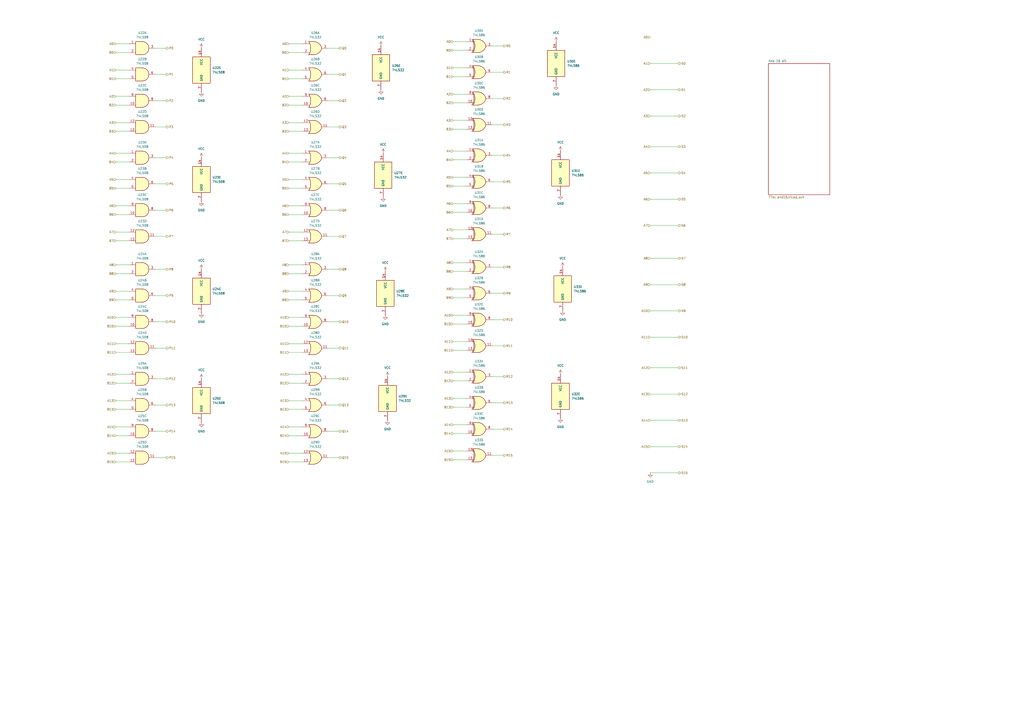
<source format=kicad_sch>
(kicad_sch (version 20231120) (generator "eeschema") (generator_version "8.0")
  (paper "A2")
  (lib_symbols
    (symbol "74xx:74LS08" (pin_names (offset 1.016))
      (property "Reference" "U" (at 0 1.27 0))
      (property "Value" "74LS08" (at 0 -1.27 0))
      (symbol "74LS08_1_1"
        (pin input line (at -7.62 2.54 0) (length 3.81) (name "~") (number "1"))
        (pin input line (at -7.62 -2.54 0) (length 3.81) (name "~") (number "2"))
        (pin output line (at 7.62 0 180) (length 3.81) (name "~") (number "3"))
      )
      (symbol "74LS08_1_2"
        (pin input inverted (at -7.62 2.54 0) (length 4.318) (name "~") (number "1"))
        (pin input inverted (at -7.62 -2.54 0) (length 4.318) (name "~") (number "2"))
        (pin output inverted (at 7.62 0 180) (length 3.81) (name "~") (number "3"))
      )
      (symbol "74LS08_2_1"
        (pin input line (at -7.62 2.54 0) (length 3.81) (name "~") (number "4"))
        (pin input line (at -7.62 -2.54 0) (length 3.81) (name "~") (number "5"))
        (pin output line (at 7.62 0 180) (length 3.81) (name "~") (number "6"))
      )
      (symbol "74LS08_2_2"
        (pin input inverted (at -7.62 2.54 0) (length 4.318) (name "~") (number "4"))
        (pin input inverted (at -7.62 -2.54 0) (length 4.318) (name "~") (number "5"))
        (pin output inverted (at 7.62 0 180) (length 3.81) (name "~") (number "6"))
      )
      (symbol "74LS08_3_1"
        (pin input line (at -7.62 -2.54 0) (length 3.81) (name "~") (number "10"))
        (pin output line (at 7.62 0 180) (length 3.81) (name "~") (number "8"))
        (pin input line (at -7.62 2.54 0) (length 3.81) (name "~") (number "9"))
      )
      (symbol "74LS08_3_2"
        (pin input inverted (at -7.62 -2.54 0) (length 4.318) (name "~") (number "10"))
        (pin output inverted (at 7.62 0 180) (length 3.81) (name "~") (number "8"))
        (pin input inverted (at -7.62 2.54 0) (length 4.318) (name "~") (number "9"))
      )
      (symbol "74LS08_4_1"
        (pin output line (at 7.62 0 180) (length 3.81) (name "~") (number "11"))
        (pin input line (at -7.62 2.54 0) (length 3.81) (name "~") (number "12"))
        (pin input line (at -7.62 -2.54 0) (length 3.81) (name "~") (number "13"))
      )
      (symbol "74LS08_4_2"
        (pin output inverted (at 7.62 0 180) (length 3.81) (name "~") (number "11"))
        (pin input inverted (at -7.62 2.54 0) (length 4.318) (name "~") (number "12"))
        (pin input inverted (at -7.62 -2.54 0) (length 4.318) (name "~") (number "13"))
      )
      (symbol "74LS08_5_0"
        (pin power_in line (at 0 12.7 270) (length 5.08) (name "VCC") (number "14"))
        (pin power_in line (at 0 -12.7 90) (length 5.08) (name "GND") (number "7"))
      )
    )
    (symbol "74xx:74LS32" (pin_names (offset 1.016))
      (property "Reference" "U" (at 0 1.27 0))
      (property "Value" "74LS32" (at 0 -1.27 0))
      (symbol "74LS32_1_1"
        (pin input line (at -7.62 2.54 0) (length 4.318) (name "~") (number "1"))
        (pin input line (at -7.62 -2.54 0) (length 4.318) (name "~") (number "2"))
        (pin output line (at 7.62 0 180) (length 3.81) (name "~") (number "3"))
      )
      (symbol "74LS32_1_2"
        (pin input inverted (at -7.62 2.54 0) (length 3.81) (name "~") (number "1"))
        (pin input inverted (at -7.62 -2.54 0) (length 3.81) (name "~") (number "2"))
        (pin output inverted (at 7.62 0 180) (length 3.81) (name "~") (number "3"))
      )
      (symbol "74LS32_2_1"
        (pin input line (at -7.62 2.54 0) (length 4.318) (name "~") (number "4"))
        (pin input line (at -7.62 -2.54 0) (length 4.318) (name "~") (number "5"))
        (pin output line (at 7.62 0 180) (length 3.81) (name "~") (number "6"))
      )
      (symbol "74LS32_2_2"
        (pin input inverted (at -7.62 2.54 0) (length 3.81) (name "~") (number "4"))
        (pin input inverted (at -7.62 -2.54 0) (length 3.81) (name "~") (number "5"))
        (pin output inverted (at 7.62 0 180) (length 3.81) (name "~") (number "6"))
      )
      (symbol "74LS32_3_1"
        (pin input line (at -7.62 -2.54 0) (length 4.318) (name "~") (number "10"))
        (pin output line (at 7.62 0 180) (length 3.81) (name "~") (number "8"))
        (pin input line (at -7.62 2.54 0) (length 4.318) (name "~") (number "9"))
      )
      (symbol "74LS32_3_2"
        (pin input inverted (at -7.62 -2.54 0) (length 3.81) (name "~") (number "10"))
        (pin output inverted (at 7.62 0 180) (length 3.81) (name "~") (number "8"))
        (pin input inverted (at -7.62 2.54 0) (length 3.81) (name "~") (number "9"))
      )
      (symbol "74LS32_4_1"
        (pin output line (at 7.62 0 180) (length 3.81) (name "~") (number "11"))
        (pin input line (at -7.62 2.54 0) (length 4.318) (name "~") (number "12"))
        (pin input line (at -7.62 -2.54 0) (length 4.318) (name "~") (number "13"))
      )
      (symbol "74LS32_4_2"
        (pin output inverted (at 7.62 0 180) (length 3.81) (name "~") (number "11"))
        (pin input inverted (at -7.62 2.54 0) (length 3.81) (name "~") (number "12"))
        (pin input inverted (at -7.62 -2.54 0) (length 3.81) (name "~") (number "13"))
      )
      (symbol "74LS32_5_0"
        (pin power_in line (at 0 12.7 270) (length 5.08) (name "VCC") (number "14"))
        (pin power_in line (at 0 -12.7 90) (length 5.08) (name "GND") (number "7"))
      )
    )
    (symbol "74xx:74LS86" (pin_names (offset 1.016))
      (property "Reference" "U" (at 0 1.27 0))
      (property "Value" "74LS86" (at 0 -1.27 0))
      (symbol "74LS86_1_0"
        (pin input line (at -7.62 2.54 0) (length 4.445) (name "~") (number "1"))
        (pin input line (at -7.62 -2.54 0) (length 4.445) (name "~") (number "2"))
        (pin output line (at 7.62 0 180) (length 3.81) (name "~") (number "3"))
      )
      (symbol "74LS86_2_0"
        (pin input line (at -7.62 2.54 0) (length 4.445) (name "~") (number "4"))
        (pin input line (at -7.62 -2.54 0) (length 4.445) (name "~") (number "5"))
        (pin output line (at 7.62 0 180) (length 3.81) (name "~") (number "6"))
      )
      (symbol "74LS86_3_0"
        (pin input line (at -7.62 -2.54 0) (length 4.445) (name "~") (number "10"))
        (pin output line (at 7.62 0 180) (length 3.81) (name "~") (number "8"))
        (pin input line (at -7.62 2.54 0) (length 4.445) (name "~") (number "9"))
      )
      (symbol "74LS86_4_0"
        (pin output line (at 7.62 0 180) (length 3.81) (name "~") (number "11"))
        (pin input line (at -7.62 2.54 0) (length 4.445) (name "~") (number "12"))
        (pin input line (at -7.62 -2.54 0) (length 4.445) (name "~") (number "13"))
      )
      (symbol "74LS86_5_0"
        (pin power_in line (at 0 12.7 270) (length 5.08) (name "VCC") (number "14"))
        (pin power_in line (at 0 -12.7 90) (length 5.08) (name "GND") (number "7"))
      )
    )
    (symbol "power:GND" (power) (pin_numbers hide) (pin_names (offset 0) hide)
      (property "Value" "GND" (at 0 -3.81 0))
      (symbol "GND_1_1"
        (pin power_in line (at 0 0 270) (length 0) (name "~") (number "1"))
      )
    )
    (symbol "power:VCC" (power) (pin_numbers hide) (pin_names (offset 0) hide)
      (property "Value" "VCC" (at 0 3.556 0))
      (symbol "VCC_1_1"
        (pin power_in line (at 0 0 90) (length 0) (name "~") (number "1"))
      )
    )
  )
  (wire (pts (xy 90.17 43.18) (xy 96.52 43.18)))
  (wire (pts (xy 262.89 92.71) (xy 270.51 92.71)))
  (wire (pts (xy 67.31 76.2) (xy 74.93 76.2)))
  (wire (pts (xy 377.19 100.33) (xy 393.7 100.33)))
  (wire (pts (xy 167.64 184.15) (xy 175.26 184.15)))
  (wire (pts (xy 67.31 267.97) (xy 74.93 267.97)))
  (wire (pts (xy 285.75 26.67) (xy 292.1 26.67)))
  (wire (pts (xy 90.17 234.95) (xy 96.52 234.95)))
  (wire (pts (xy 262.89 123.19) (xy 270.51 123.19)))
  (wire (pts (xy 262.89 39.37) (xy 270.51 39.37)))
  (wire (pts (xy 167.64 55.88) (xy 175.26 55.88)))
  (wire (pts (xy 262.89 167.64) (xy 270.51 167.64)))
  (wire (pts (xy 377.19 115.57) (xy 393.7 115.57)))
  (wire (pts (xy 167.64 30.48) (xy 175.26 30.48)))
  (wire (pts (xy 167.64 139.7) (xy 175.26 139.7)))
  (wire (pts (xy 262.89 157.48) (xy 270.51 157.48)))
  (wire (pts (xy 377.19 195.58) (xy 393.7 195.58)))
  (wire (pts (xy 285.75 154.94) (xy 292.1 154.94)))
  (wire (pts (xy 190.5 58.42) (xy 196.85 58.42)))
  (wire (pts (xy 190.5 186.69) (xy 196.85 186.69)))
  (wire (pts (xy 190.5 106.68) (xy 196.85 106.68)))
  (wire (pts (xy 285.75 170.18) (xy 292.1 170.18)))
  (wire (pts (xy 90.17 265.43) (xy 96.52 265.43)))
  (wire (pts (xy 167.64 40.64) (xy 175.26 40.64)))
  (wire (pts (xy 67.31 199.39) (xy 74.93 199.39)))
  (wire (pts (xy 262.89 152.4) (xy 270.51 152.4)))
  (wire (pts (xy 167.64 199.39) (xy 175.26 199.39)))
  (wire (pts (xy 262.89 59.69) (xy 270.51 59.69)))
  (wire (pts (xy 167.64 93.98) (xy 175.26 93.98)))
  (wire (pts (xy 262.89 182.88) (xy 270.51 182.88)))
  (wire (pts (xy 67.31 71.12) (xy 74.93 71.12)))
  (wire (pts (xy 67.31 232.41) (xy 74.93 232.41)))
  (wire (pts (xy 377.19 130.81) (xy 393.7 130.81)))
  (wire (pts (xy 167.64 189.23) (xy 175.26 189.23)))
  (wire (pts (xy 377.19 259.08) (xy 393.7 259.08)))
  (wire (pts (xy 262.89 69.85) (xy 270.51 69.85)))
  (wire (pts (xy 67.31 45.72) (xy 74.93 45.72)))
  (wire (pts (xy 167.64 262.89) (xy 175.26 262.89)))
  (wire (pts (xy 262.89 133.35) (xy 270.51 133.35)))
  (wire (pts (xy 167.64 119.38) (xy 175.26 119.38)))
  (wire (pts (xy 167.64 217.17) (xy 175.26 217.17)))
  (wire (pts (xy 377.19 52.07) (xy 393.7 52.07)))
  (wire (pts (xy 190.5 156.21) (xy 196.85 156.21)))
  (wire (pts (xy 167.64 232.41) (xy 175.26 232.41)))
  (wire (pts (xy 67.31 124.46) (xy 74.93 124.46)))
  (wire (pts (xy 67.31 40.64) (xy 74.93 40.64)))
  (wire (pts (xy 67.31 189.23) (xy 74.93 189.23)))
  (wire (pts (xy 285.75 264.16) (xy 292.1 264.16)))
  (wire (pts (xy 67.31 262.89) (xy 74.93 262.89)))
  (wire (pts (xy 262.89 138.43) (xy 270.51 138.43)))
  (wire (pts (xy 167.64 76.2) (xy 175.26 76.2)))
  (wire (pts (xy 262.89 44.45) (xy 270.51 44.45)))
  (wire (pts (xy 285.75 120.65) (xy 292.1 120.65)))
  (wire (pts (xy 167.64 25.4) (xy 175.26 25.4)))
  (wire (pts (xy 262.89 54.61) (xy 270.51 54.61)))
  (wire (pts (xy 67.31 217.17) (xy 74.93 217.17)))
  (wire (pts (xy 67.31 55.88) (xy 74.93 55.88)))
  (wire (pts (xy 262.89 87.63) (xy 270.51 87.63)))
  (wire (pts (xy 377.19 213.36) (xy 393.7 213.36)))
  (wire (pts (xy 285.75 218.44) (xy 292.1 218.44)))
  (wire (pts (xy 167.64 222.25) (xy 175.26 222.25)))
  (wire (pts (xy 67.31 168.91) (xy 74.93 168.91)))
  (wire (pts (xy 167.64 252.73) (xy 175.26 252.73)))
  (wire (pts (xy 67.31 204.47) (xy 74.93 204.47)))
  (wire (pts (xy 190.5 73.66) (xy 196.85 73.66)))
  (wire (pts (xy 262.89 215.9) (xy 270.51 215.9)))
  (wire (pts (xy 285.75 200.66) (xy 292.1 200.66)))
  (wire (pts (xy 262.89 198.12) (xy 270.51 198.12)))
  (wire (pts (xy 167.64 60.96) (xy 175.26 60.96)))
  (wire (pts (xy 67.31 153.67) (xy 74.93 153.67)))
  (wire (pts (xy 190.5 265.43) (xy 196.85 265.43)))
  (wire (pts (xy 67.31 173.99) (xy 74.93 173.99)))
  (wire (pts (xy 285.75 233.68) (xy 292.1 233.68)))
  (wire (pts (xy 167.64 71.12) (xy 175.26 71.12)))
  (wire (pts (xy 167.64 158.75) (xy 175.26 158.75)))
  (wire (pts (xy 285.75 185.42) (xy 292.1 185.42)))
  (wire (pts (xy 190.5 201.93) (xy 196.85 201.93)))
  (wire (pts (xy 262.89 107.95) (xy 270.51 107.95)))
  (wire (pts (xy 90.17 219.71) (xy 96.52 219.71)))
  (wire (pts (xy 285.75 57.15) (xy 292.1 57.15)))
  (wire (pts (xy 167.64 109.22) (xy 175.26 109.22)))
  (wire (pts (xy 262.89 266.7) (xy 270.51 266.7)))
  (wire (pts (xy 377.19 67.31) (xy 393.7 67.31)))
  (wire (pts (xy 167.64 45.72) (xy 175.26 45.72)))
  (wire (pts (xy 285.75 135.89) (xy 292.1 135.89)))
  (wire (pts (xy 285.75 105.41) (xy 292.1 105.41)))
  (wire (pts (xy 377.19 243.84) (xy 393.7 243.84)))
  (wire (pts (xy 67.31 60.96) (xy 74.93 60.96)))
  (wire (pts (xy 285.75 72.39) (xy 292.1 72.39)))
  (wire (pts (xy 67.31 25.4) (xy 74.93 25.4)))
  (wire (pts (xy 90.17 73.66) (xy 96.52 73.66)))
  (wire (pts (xy 377.19 228.6) (xy 393.7 228.6)))
  (wire (pts (xy 167.64 124.46) (xy 175.26 124.46)))
  (wire (pts (xy 90.17 156.21) (xy 96.52 156.21)))
  (wire (pts (xy 67.31 119.38) (xy 74.93 119.38)))
  (wire (pts (xy 167.64 168.91) (xy 175.26 168.91)))
  (wire (pts (xy 90.17 27.94) (xy 96.52 27.94)))
  (wire (pts (xy 90.17 121.92) (xy 96.52 121.92)))
  (wire (pts (xy 262.89 220.98) (xy 270.51 220.98)))
  (wire (pts (xy 377.19 165.1) (xy 393.7 165.1)))
  (wire (pts (xy 167.64 173.99) (xy 175.26 173.99)))
  (wire (pts (xy 67.31 30.48) (xy 74.93 30.48)))
  (wire (pts (xy 190.5 121.92) (xy 196.85 121.92)))
  (wire (pts (xy 377.19 36.83) (xy 393.7 36.83)))
  (wire (pts (xy 262.89 172.72) (xy 270.51 172.72)))
  (wire (pts (xy 67.31 109.22) (xy 74.93 109.22)))
  (wire (pts (xy 262.89 261.62) (xy 270.51 261.62)))
  (wire (pts (xy 262.89 118.11) (xy 270.51 118.11)))
  (wire (pts (xy 190.5 137.16) (xy 196.85 137.16)))
  (wire (pts (xy 67.31 252.73) (xy 74.93 252.73)))
  (wire (pts (xy 377.19 85.09) (xy 393.7 85.09)))
  (wire (pts (xy 67.31 93.98) (xy 74.93 93.98)))
  (wire (pts (xy 67.31 222.25) (xy 74.93 222.25)))
  (wire (pts (xy 67.31 139.7) (xy 74.93 139.7)))
  (wire (pts (xy 190.5 250.19) (xy 196.85 250.19)))
  (wire (pts (xy 262.89 203.2) (xy 270.51 203.2)))
  (wire (pts (xy 285.75 41.91) (xy 292.1 41.91)))
  (wire (pts (xy 167.64 104.14) (xy 175.26 104.14)))
  (wire (pts (xy 67.31 88.9) (xy 74.93 88.9)))
  (wire (pts (xy 167.64 88.9) (xy 175.26 88.9)))
  (wire (pts (xy 262.89 231.14) (xy 270.51 231.14)))
  (wire (pts (xy 167.64 247.65) (xy 175.26 247.65)))
  (wire (pts (xy 167.64 204.47) (xy 175.26 204.47)))
  (wire (pts (xy 262.89 236.22) (xy 270.51 236.22)))
  (wire (pts (xy 190.5 219.71) (xy 196.85 219.71)))
  (wire (pts (xy 262.89 24.13) (xy 270.51 24.13)))
  (wire (pts (xy 262.89 251.46) (xy 270.51 251.46)))
  (wire (pts (xy 90.17 186.69) (xy 96.52 186.69)))
  (wire (pts (xy 90.17 137.16) (xy 96.52 137.16)))
  (wire (pts (xy 190.5 234.95) (xy 196.85 234.95)))
  (wire (pts (xy 67.31 237.49) (xy 74.93 237.49)))
  (wire (pts (xy 190.5 91.44) (xy 196.85 91.44)))
  (wire (pts (xy 262.89 102.87) (xy 270.51 102.87)))
  (wire (pts (xy 90.17 106.68) (xy 96.52 106.68)))
  (wire (pts (xy 90.17 201.93) (xy 96.52 201.93)))
  (wire (pts (xy 285.75 248.92) (xy 292.1 248.92)))
  (wire (pts (xy 90.17 91.44) (xy 96.52 91.44)))
  (wire (pts (xy 190.5 27.94) (xy 196.85 27.94)))
  (wire (pts (xy 90.17 58.42) (xy 96.52 58.42)))
  (wire (pts (xy 167.64 237.49) (xy 175.26 237.49)))
  (wire (pts (xy 67.31 134.62) (xy 74.93 134.62)))
  (wire (pts (xy 377.19 274.32) (xy 393.7 274.32)))
  (wire (pts (xy 262.89 29.21) (xy 270.51 29.21)))
  (wire (pts (xy 90.17 250.19) (xy 96.52 250.19)))
  (wire (pts (xy 377.19 180.34) (xy 393.7 180.34)))
  (wire (pts (xy 190.5 171.45) (xy 196.85 171.45)))
  (wire (pts (xy 262.89 246.38) (xy 270.51 246.38)))
  (wire (pts (xy 262.89 187.96) (xy 270.51 187.96)))
  (wire (pts (xy 262.89 74.93) (xy 270.51 74.93)))
  (wire (pts (xy 190.5 43.18) (xy 196.85 43.18)))
  (wire (pts (xy 167.64 267.97) (xy 175.26 267.97)))
  (wire (pts (xy 167.64 134.62) (xy 175.26 134.62)))
  (wire (pts (xy 67.31 247.65) (xy 74.93 247.65)))
  (wire (pts (xy 167.64 153.67) (xy 175.26 153.67)))
  (wire (pts (xy 67.31 104.14) (xy 74.93 104.14)))
  (wire (pts (xy 67.31 158.75) (xy 74.93 158.75)))
  (wire (pts (xy 90.17 171.45) (xy 96.52 171.45)))
  (wire (pts (xy 377.19 149.86) (xy 393.7 149.86)))
  (wire (pts (xy 67.31 184.15) (xy 74.93 184.15)))
  (wire (pts (xy 285.75 90.17) (xy 292.1 90.17)))
  (hierarchical_label "R1" (shape output) (at 292.1 41.91 0))
  (hierarchical_label "B8" (shape input) (at 262.89 157.48 180))
  (hierarchical_label "A7" (shape input) (at 167.64 134.62 180))
  (hierarchical_label "S9" (shape output) (at 393.7 180.34 0))
  (hierarchical_label "B14" (shape input) (at 262.89 251.46 180))
  (hierarchical_label "A0" (shape input) (at 377.19 21.59 180))
  (hierarchical_label "A11" (shape input) (at 262.89 198.12 180))
  (hierarchical_label "A1" (shape input) (at 167.64 40.64 180))
  (hierarchical_label "A14" (shape input) (at 67.31 247.65 180))
  (hierarchical_label "A6" (shape input) (at 67.31 119.38 180))
  (hierarchical_label "A10" (shape input) (at 377.19 180.34 180))
  (hierarchical_label "A14" (shape input) (at 377.19 243.84 180))
  (hierarchical_label "A1" (shape input) (at 262.89 39.37 180))
  (hierarchical_label "P14" (shape output) (at 96.52 250.19 0))
  (hierarchical_label "A9" (shape input) (at 67.31 168.91 180))
  (hierarchical_label "A2" (shape input) (at 67.31 55.88 180))
  (hierarchical_label "R8" (shape output) (at 292.1 154.94 0))
  (hierarchical_label "B6" (shape input) (at 262.89 123.19 180))
  (hierarchical_label "A14" (shape input) (at 167.64 247.65 180))
  (hierarchical_label "B10" (shape input) (at 262.89 187.96 180))
  (hierarchical_label "P3" (shape output) (at 96.52 73.66 0))
  (hierarchical_label "Q3" (shape output) (at 196.85 73.66 0))
  (hierarchical_label "A11" (shape input) (at 67.31 199.39 180))
  (hierarchical_label "P6" (shape output) (at 96.52 121.92 0))
  (hierarchical_label "S6" (shape output) (at 393.7 130.81 0))
  (hierarchical_label "A15" (shape input) (at 377.19 259.08 180))
  (hierarchical_label "P12" (shape output) (at 96.52 219.71 0))
  (hierarchical_label "Q12" (shape output) (at 196.85 219.71 0))
  (hierarchical_label "B5" (shape input) (at 167.64 109.22 180))
  (hierarchical_label "B0" (shape input) (at 262.89 29.21 180))
  (hierarchical_label "A9" (shape input) (at 262.89 167.64 180))
  (hierarchical_label "A12" (shape input) (at 67.31 217.17 180))
  (hierarchical_label "B4" (shape input) (at 167.64 93.98 180))
  (hierarchical_label "B13" (shape input) (at 262.89 236.22 180))
  (hierarchical_label "P4" (shape output) (at 96.52 91.44 0))
  (hierarchical_label "B13" (shape input) (at 167.64 237.49 180))
  (hierarchical_label "B3" (shape input) (at 262.89 74.93 180))
  (hierarchical_label "B8" (shape input) (at 167.64 158.75 180))
  (hierarchical_label "R9" (shape output) (at 292.1 170.18 0))
  (hierarchical_label "R3" (shape output) (at 292.1 72.39 0))
  (hierarchical_label "Q7" (shape output) (at 196.85 137.16 0))
  (hierarchical_label "R5" (shape output) (at 292.1 105.41 0))
  (hierarchical_label "B1" (shape input) (at 67.31 45.72 180))
  (hierarchical_label "A5" (shape input) (at 377.19 100.33 180))
  (hierarchical_label "B4" (shape input) (at 262.89 92.71 180))
  (hierarchical_label "Q8" (shape output) (at 196.85 156.21 0))
  (hierarchical_label "S15" (shape output) (at 393.7 274.32 0))
  (hierarchical_label "B8" (shape input) (at 67.31 158.75 180))
  (hierarchical_label "S3" (shape output) (at 393.7 85.09 0))
  (hierarchical_label "Q10" (shape output) (at 196.85 186.69 0))
  (hierarchical_label "Q4" (shape output) (at 196.85 91.44 0))
  (hierarchical_label "Q6" (shape output) (at 196.85 121.92 0))
  (hierarchical_label "S5" (shape output) (at 393.7 115.57 0))
  (hierarchical_label "B9" (shape input) (at 167.64 173.99 180))
  (hierarchical_label "P11" (shape output) (at 96.52 201.93 0))
  (hierarchical_label "B5" (shape input) (at 262.89 107.95 180))
  (hierarchical_label "R14" (shape output) (at 292.1 248.92 0))
  (hierarchical_label "A15" (shape input) (at 67.31 262.89 180))
  (hierarchical_label "B15" (shape input) (at 167.64 267.97 180))
  (hierarchical_label "B10" (shape input) (at 67.31 189.23 180))
  (hierarchical_label "Q14" (shape output) (at 196.85 250.19 0))
  (hierarchical_label "A13" (shape input) (at 262.89 231.14 180))
  (hierarchical_label "B14" (shape input) (at 67.31 252.73 180))
  (hierarchical_label "A13" (shape input) (at 377.19 228.6 180))
  (hierarchical_label "A12" (shape input) (at 377.19 213.36 180))
  (hierarchical_label "A8" (shape input) (at 377.19 149.86 180))
  (hierarchical_label "A3" (shape input) (at 377.19 67.31 180))
  (hierarchical_label "P15" (shape output) (at 96.52 265.43 0))
  (hierarchical_label "A13" (shape input) (at 67.31 232.41 180))
  (hierarchical_label "A12" (shape input) (at 167.64 217.17 180))
  (hierarchical_label "B15" (shape input) (at 262.89 266.7 180))
  (hierarchical_label "B2" (shape input) (at 167.64 60.96 180))
  (hierarchical_label "B9" (shape input) (at 262.89 172.72 180))
  (hierarchical_label "B0" (shape input) (at 167.64 30.48 180))
  (hierarchical_label "R6" (shape output) (at 292.1 120.65 0))
  (hierarchical_label "B3" (shape input) (at 167.64 76.2 180))
  (hierarchical_label "A3" (shape input) (at 262.89 69.85 180))
  (hierarchical_label "A5" (shape input) (at 262.89 102.87 180))
  (hierarchical_label "A8" (shape input) (at 262.89 152.4 180))
  (hierarchical_label "A8" (shape input) (at 167.64 153.67 180))
  (hierarchical_label "S7" (shape output) (at 393.7 149.86 0))
  (hierarchical_label "A12" (shape input) (at 262.89 215.9 180))
  (hierarchical_label "R15" (shape output) (at 292.1 264.16 0))
  (hierarchical_label "A8" (shape input) (at 67.31 153.67 180))
  (hierarchical_label "B1" (shape input) (at 167.64 45.72 180))
  (hierarchical_label "P0" (shape output) (at 96.52 27.94 0))
  (hierarchical_label "A2" (shape input) (at 377.19 52.07 180))
  (hierarchical_label "R2" (shape output) (at 292.1 57.15 0))
  (hierarchical_label "A0" (shape input) (at 262.89 24.13 180))
  (hierarchical_label "Q11" (shape output) (at 196.85 201.93 0))
  (hierarchical_label "A0" (shape input) (at 167.64 25.4 180))
  (hierarchical_label "Q13" (shape output) (at 196.85 234.95 0))
  (hierarchical_label "A11" (shape input) (at 167.64 199.39 180))
  (hierarchical_label "B10" (shape input) (at 167.64 189.23 180))
  (hierarchical_label "A7" (shape input) (at 377.19 130.81 180))
  (hierarchical_label "B11" (shape input) (at 167.64 204.47 180))
  (hierarchical_label "P7" (shape output) (at 96.52 137.16 0))
  (hierarchical_label "B4" (shape input) (at 67.31 93.98 180))
  (hierarchical_label "A2" (shape input) (at 167.64 55.88 180))
  (hierarchical_label "A4" (shape input) (at 262.89 87.63 180))
  (hierarchical_label "P9" (shape output) (at 96.52 171.45 0))
  (hierarchical_label "A3" (shape input) (at 167.64 71.12 180))
  (hierarchical_label "A4" (shape input) (at 167.64 88.9 180))
  (hierarchical_label "B14" (shape input) (at 167.64 252.73 180))
  (hierarchical_label "S14" (shape output) (at 393.7 259.08 0))
  (hierarchical_label "A4" (shape input) (at 67.31 88.9 180))
  (hierarchical_label "R7" (shape output) (at 292.1 135.89 0))
  (hierarchical_label "B15" (shape input) (at 67.31 267.97 180))
  (hierarchical_label "A11" (shape input) (at 377.19 195.58 180))
  (hierarchical_label "A3" (shape input) (at 67.31 71.12 180))
  (hierarchical_label "Q0" (shape output) (at 196.85 27.94 0))
  (hierarchical_label "B9" (shape input) (at 67.31 173.99 180))
  (hierarchical_label "R4" (shape output) (at 292.1 90.17 0))
  (hierarchical_label "Q1" (shape output) (at 196.85 43.18 0))
  (hierarchical_label "B13" (shape input) (at 67.31 237.49 180))
  (hierarchical_label "B12" (shape input) (at 167.64 222.25 180))
  (hierarchical_label "Q9" (shape output) (at 196.85 171.45 0))
  (hierarchical_label "Q5" (shape output) (at 196.85 106.68 0))
  (hierarchical_label "A14" (shape input) (at 262.89 246.38 180))
  (hierarchical_label "A0" (shape input) (at 67.31 25.4 180))
  (hierarchical_label "A6" (shape input) (at 262.89 118.11 180))
  (hierarchical_label "B2" (shape input) (at 67.31 60.96 180))
  (hierarchical_label "P1" (shape output) (at 96.52 43.18 0))
  (hierarchical_label "A15" (shape input) (at 167.64 262.89 180))
  (hierarchical_label "S1" (shape output) (at 393.7 52.07 0))
  (hierarchical_label "R13" (shape output) (at 292.1 233.68 0))
  (hierarchical_label "B12" (shape input) (at 67.31 222.25 180))
  (hierarchical_label "S10" (shape output) (at 393.7 195.58 0))
  (hierarchical_label "S0" (shape output) (at 393.7 36.83 0))
  (hierarchical_label "S13" (shape output) (at 393.7 243.84 0))
  (hierarchical_label "B6" (shape input) (at 67.31 124.46 180))
  (hierarchical_label "B2" (shape input) (at 262.89 59.69 180))
  (hierarchical_label "P8" (shape output) (at 96.52 156.21 0))
  (hierarchical_label "A5" (shape input) (at 167.64 104.14 180))
  (hierarchical_label "A10" (shape input) (at 167.64 184.15 180))
  (hierarchical_label "A7" (shape input) (at 262.89 133.35 180))
  (hierarchical_label "B11" (shape input) (at 67.31 204.47 180))
  (hierarchical_label "A13" (shape input) (at 167.64 232.41 180))
  (hierarchical_label "A1" (shape input) (at 67.31 40.64 180))
  (hierarchical_label "S11" (shape output) (at 393.7 213.36 0))
  (hierarchical_label "P5" (shape output) (at 96.52 106.68 0))
  (hierarchical_label "B6" (shape input) (at 167.64 124.46 180))
  (hierarchical_label "B0" (shape input) (at 67.31 30.48 180))
  (hierarchical_label "A1" (shape input) (at 377.19 36.83 180))
  (hierarchical_label "A2" (shape input) (at 262.89 54.61 180))
  (hierarchical_label "R10" (shape output) (at 292.1 185.42 0))
  (hierarchical_label "A9" (shape input) (at 167.64 168.91 180))
  (hierarchical_label "Q15" (shape output) (at 196.85 265.43 0))
  (hierarchical_label "R0" (shape output) (at 292.1 26.67 0))
  (hierarchical_label "B7" (shape input) (at 67.31 139.7 180))
  (hierarchical_label "B12" (shape input) (at 262.89 220.98 180))
  (hierarchical_label "S4" (shape output) (at 393.7 100.33 0))
  (hierarchical_label "A10" (shape input) (at 262.89 182.88 180))
  (hierarchical_label "B3" (shape input) (at 67.31 76.2 180))
  (hierarchical_label "B7" (shape input) (at 167.64 139.7 180))
  (hierarchical_label "S12" (shape output) (at 393.7 228.6 0))
  (hierarchical_label "Q2" (shape output) (at 196.85 58.42 0))
  (hierarchical_label "P13" (shape output) (at 96.52 234.95 0))
  (hierarchical_label "S8" (shape output) (at 393.7 165.1 0))
  (hierarchical_label "B5" (shape input) (at 67.31 109.22 180))
  (hierarchical_label "R12" (shape output) (at 292.1 218.44 0))
  (hierarchical_label "A7" (shape input) (at 67.31 134.62 180))
  (hierarchical_label "A6" (shape input) (at 167.64 119.38 180))
  (hierarchical_label "P2" (shape output) (at 96.52 58.42 0))
  (hierarchical_label "R11" (shape output) (at 292.1 200.66 0))
  (hierarchical_label "A15" (shape input) (at 262.89 261.62 180))
  (hierarchical_label "A9" (shape input) (at 377.19 165.1 180))
  (hierarchical_label "B11" (shape input) (at 262.89 203.2 180))
  (hierarchical_label "P10" (shape output) (at 96.52 186.69 0))
  (hierarchical_label "A6" (shape input) (at 377.19 115.57 180))
  (hierarchical_label "A10" (shape input) (at 67.31 184.15 180))
  (hierarchical_label "B1" (shape input) (at 262.89 44.45 180))
  (hierarchical_label "S2" (shape output) (at 393.7 67.31 0))
  (hierarchical_label "A5" (shape input) (at 67.31 104.14 180))
  (hierarchical_label "A4" (shape input) (at 377.19 85.09 180))
  (hierarchical_label "B7" (shape input) (at 262.89 138.43 180))
  (symbol (lib_id "74xx:74LS86") (at 278.13 105.41 0) (unit 2)
    (property "Reference" "U31" (at 277.8252 96.52 0))
    (property "Value" "74LS86" (at 277.8252 99.06 0))
    (property "Footprint" "Package_DIP:DIP-14_W7.62mm" (effects (hide yes)))
    (property "Datasheet" "74xx/74ls86.pdf" (effects (hide yes)))
    (property "Description" "Quad 2-input XOR" (effects (hide yes)))
  )
  (symbol (lib_id "74xx:74LS32") (at 182.88 137.16 0) (unit 4)
    (property "Reference" "U27" (at 182.88 128.27 0))
    (property "Value" "74LS32" (at 182.88 130.81 0))
    (property "Datasheet" "http://www.ti.com/lit/gpn/sn74LS32" (effects (hide yes)))
    (property "Description" "Quad 2-input OR" (effects (hide yes)))
  )
  (symbol (lib_id "74xx:74LS08") (at 82.55 58.42 0) (unit 3)
    (property "Reference" "U22" (at 82.5417 49.53 0))
    (property "Value" "74LS08" (at 82.5417 52.07 0))
    (property "Datasheet" "http://www.ti.com/lit/gpn/sn74LS08" (effects (hide yes)))
    (property "Description" "Quad And2" (effects (hide yes)))
  )
  (symbol (lib_id "74xx:74LS08") (at 82.55 219.71 0) (unit 1)
    (property "Reference" "U25" (at 82.5417 210.82 0))
    (property "Value" "74LS08" (at 82.5417 213.36 0))
    (property "Datasheet" "http://www.ti.com/lit/gpn/sn74LS08" (effects (hide yes)))
    (property "Description" "Quad And2" (effects (hide yes)))
  )
  (symbol (lib_id "74xx:74LS08") (at 82.55 43.18 0) (unit 2)
    (property "Reference" "U22" (at 82.5417 34.29 0))
    (property "Value" "74LS08" (at 82.5417 36.83 0))
    (property "Datasheet" "http://www.ti.com/lit/gpn/sn74LS08" (effects (hide yes)))
    (property "Description" "Quad And2" (effects (hide yes)))
  )
  (symbol (lib_id "power:VCC") (at 322.58 24.13 0) (unit 1)
    (property "Reference" "#PWR048" (effects (hide yes)))
    (property "Value" "VCC" (at 322.58 19.05 0))
    (property "Description" "Power symbol creates a global label with name \"VCC\"" (effects (hide yes)))
  )
  (symbol (lib_id "74xx:74LS08") (at 82.55 27.94 0) (unit 1)
    (property "Reference" "U22" (at 82.5417 19.05 0))
    (property "Value" "74LS08" (at 82.5417 21.59 0))
    (property "Datasheet" "http://www.ti.com/lit/gpn/sn74LS08" (effects (hide yes)))
    (property "Description" "Quad And2" (effects (hide yes)))
  )
  (symbol (lib_id "power:GND") (at 377.19 274.32 0) (unit 1)
    (property "Reference" "#PWR056" (effects (hide yes)))
    (property "Value" "GND" (at 377.19 279.4 0))
    (property "Description" "Power symbol creates a global label with name \"GND\" , ground" (effects (hide yes)))
  )
  (symbol (lib_id "74xx:74LS08") (at 82.55 106.68 0) (unit 2)
    (property "Reference" "U23" (at 82.5417 97.79 0))
    (property "Value" "74LS08" (at 82.5417 100.33 0))
    (property "Datasheet" "http://www.ti.com/lit/gpn/sn74LS08" (effects (hide yes)))
    (property "Description" "Quad And2" (effects (hide yes)))
  )
  (symbol (lib_id "74xx:74LS08") (at 82.55 91.44 0) (unit 1)
    (property "Reference" "U23" (at 82.5417 82.55 0))
    (property "Value" "74LS08" (at 82.5417 85.09 0))
    (property "Datasheet" "http://www.ti.com/lit/gpn/sn74LS08" (effects (hide yes)))
    (property "Description" "Quad And2" (effects (hide yes)))
  )
  (symbol (lib_id "74xx:74LS08") (at 82.55 121.92 0) (unit 3)
    (property "Reference" "U23" (at 82.5417 113.03 0))
    (property "Value" "74LS08" (at 82.5417 115.57 0))
    (property "Datasheet" "http://www.ti.com/lit/gpn/sn74LS08" (effects (hide yes)))
    (property "Description" "Quad And2" (effects (hide yes)))
  )
  (symbol (lib_id "74xx:74LS86") (at 278.13 154.94 0) (unit 1)
    (property "Reference" "U32" (at 277.8252 146.05 0))
    (property "Value" "74LS86" (at 277.8252 148.59 0))
    (property "Footprint" "Package_DIP:DIP-14_W7.62mm" (effects (hide yes)))
    (property "Datasheet" "74xx/74ls86.pdf" (effects (hide yes)))
    (property "Description" "Quad 2-input XOR" (effects (hide yes)))
  )
  (symbol (lib_id "74xx:74LS86") (at 278.13 90.17 0) (unit 1)
    (property "Reference" "U31" (at 277.8252 81.28 0))
    (property "Value" "74LS86" (at 277.8252 83.82 0))
    (property "Footprint" "Package_DIP:DIP-14_W7.62mm" (effects (hide yes)))
    (property "Datasheet" "74xx/74ls86.pdf" (effects (hide yes)))
    (property "Description" "Quad 2-input XOR" (effects (hide yes)))
  )
  (symbol (lib_id "74xx:74LS32") (at 182.88 186.69 0) (unit 3)
    (property "Reference" "U28" (at 182.88 177.8 0))
    (property "Value" "74LS32" (at 182.88 180.34 0))
    (property "Datasheet" "http://www.ti.com/lit/gpn/sn74LS32" (effects (hide yes)))
    (property "Description" "Quad 2-input OR" (effects (hide yes)))
  )
  (symbol (lib_id "74xx:74LS32") (at 182.88 58.42 0) (unit 3)
    (property "Reference" "U26" (at 182.88 49.53 0))
    (property "Value" "74LS32" (at 182.88 52.07 0))
    (property "Datasheet" "http://www.ti.com/lit/gpn/sn74LS32" (effects (hide yes)))
    (property "Description" "Quad 2-input OR" (effects (hide yes)))
  )
  (symbol (lib_id "74xx:74LS86") (at 325.12 229.87 0) (unit 5)
    (property "Reference" "U32" (at 331.47 228.5999 0) (effects (justify left)))
    (property "Value" "74LS86" (at 331.47 231.1399 0) (effects (justify left)))
    (property "Footprint" "Package_DIP:DIP-14_W7.62mm" (effects (hide yes)))
    (property "Datasheet" "74xx/74ls86.pdf" (effects (hide yes)))
    (property "Description" "Quad 2-input XOR" (effects (hide yes)))
  )
  (symbol (lib_id "power:GND") (at 325.12 113.03 0) (unit 1)
    (property "Reference" "#PWR051" (effects (hide yes)))
    (property "Value" "GND" (at 325.12 118.11 0))
    (property "Description" "Power symbol creates a global label with name \"GND\" , ground" (effects (hide yes)))
  )
  (symbol (lib_id "power:GND") (at 223.52 182.88 0) (unit 1)
    (property "Reference" "#PWR045" (effects (hide yes)))
    (property "Value" "GND" (at 223.52 187.96 0))
    (property "Description" "Power symbol creates a global label with name \"GND\" , ground" (effects (hide yes)))
  )
  (symbol (lib_id "power:GND") (at 116.84 181.61 0) (unit 1)
    (property "Reference" "#PWR037" (effects (hide yes)))
    (property "Value" "GND" (at 116.84 186.69 0))
    (property "Description" "Power symbol creates a global label with name \"GND\" , ground" (effects (hide yes)))
  )
  (symbol (lib_id "power:VCC") (at 223.52 157.48 0) (unit 1)
    (property "Reference" "#PWR044" (effects (hide yes)))
    (property "Value" "VCC" (at 223.52 152.4 0))
    (property "Description" "Power symbol creates a global label with name \"VCC\"" (effects (hide yes)))
  )
  (symbol (lib_id "74xx:74LS08") (at 82.55 250.19 0) (unit 3)
    (property "Reference" "U25" (at 82.5417 241.3 0))
    (property "Value" "74LS08" (at 82.5417 243.84 0))
    (property "Datasheet" "http://www.ti.com/lit/gpn/sn74LS08" (effects (hide yes)))
    (property "Description" "Quad And2" (effects (hide yes)))
  )
  (symbol (lib_id "74xx:74LS08") (at 82.55 234.95 0) (unit 2)
    (property "Reference" "U25" (at 82.5417 226.06 0))
    (property "Value" "74LS08" (at 82.5417 228.6 0))
    (property "Datasheet" "http://www.ti.com/lit/gpn/sn74LS08" (effects (hide yes)))
    (property "Description" "Quad And2" (effects (hide yes)))
  )
  (symbol (lib_id "74xx:74LS86") (at 278.13 233.68 0) (unit 2)
    (property "Reference" "U33" (at 277.8252 224.79 0))
    (property "Value" "74LS86" (at 277.8252 227.33 0))
    (property "Footprint" "Package_DIP:DIP-14_W7.62mm" (effects (hide yes)))
    (property "Datasheet" "74xx/74ls86.pdf" (effects (hide yes)))
    (property "Description" "Quad 2-input XOR" (effects (hide yes)))
  )
  (symbol (lib_id "74xx:74LS08") (at 82.55 156.21 0) (unit 1)
    (property "Reference" "U24" (at 82.5417 147.32 0))
    (property "Value" "74LS08" (at 82.5417 149.86 0))
    (property "Datasheet" "http://www.ti.com/lit/gpn/sn74LS08" (effects (hide yes)))
    (property "Description" "Quad And2" (effects (hide yes)))
  )
  (symbol (lib_id "power:VCC") (at 220.98 26.67 0) (unit 1)
    (property "Reference" "#PWR040" (effects (hide yes)))
    (property "Value" "VCC" (at 220.98 21.59 0))
    (property "Description" "Power symbol creates a global label with name \"VCC\"" (effects (hide yes)))
  )
  (symbol (lib_id "74xx:74LS86") (at 278.13 185.42 0) (unit 3)
    (property "Reference" "U32" (at 277.8252 176.53 0))
    (property "Value" "74LS86" (at 277.8252 179.07 0))
    (property "Footprint" "Package_DIP:DIP-14_W7.62mm" (effects (hide yes)))
    (property "Datasheet" "74xx/74ls86.pdf" (effects (hide yes)))
    (property "Description" "Quad 2-input XOR" (effects (hide yes)))
  )
  (symbol (lib_id "74xx:74LS32") (at 182.88 43.18 0) (unit 2)
    (property "Reference" "U26" (at 182.88 34.29 0))
    (property "Value" "74LS32" (at 182.88 36.83 0))
    (property "Datasheet" "http://www.ti.com/lit/gpn/sn74LS32" (effects (hide yes)))
    (property "Description" "Quad 2-input OR" (effects (hide yes)))
  )
  (symbol (lib_id "74xx:74LS32") (at 182.88 265.43 0) (unit 4)
    (property "Reference" "U29" (at 182.88 256.54 0))
    (property "Value" "74LS32" (at 182.88 259.08 0))
    (property "Datasheet" "http://www.ti.com/lit/gpn/sn74LS32" (effects (hide yes)))
    (property "Description" "Quad 2-input OR" (effects (hide yes)))
  )
  (symbol (lib_id "power:GND") (at 326.39 180.34 0) (unit 1)
    (property "Reference" "#PWR055" (effects (hide yes)))
    (property "Value" "GND" (at 326.39 185.42 0))
    (property "Description" "Power symbol creates a global label with name \"GND\" , ground" (effects (hide yes)))
  )
  (symbol (lib_id "74xx:74LS32") (at 182.88 171.45 0) (unit 2)
    (property "Reference" "U28" (at 182.88 162.56 0))
    (property "Value" "74LS32" (at 182.88 165.1 0))
    (property "Datasheet" "http://www.ti.com/lit/gpn/sn74LS32" (effects (hide yes)))
    (property "Description" "Quad 2-input OR" (effects (hide yes)))
  )
  (symbol (lib_id "74xx:74LS08") (at 116.84 104.14 0) (unit 5)
    (property "Reference" "U23" (at 123.19 102.8699 0) (effects (justify left)))
    (property "Value" "74LS08" (at 123.19 105.4099 0) (effects (justify left)))
    (property "Datasheet" "http://www.ti.com/lit/gpn/sn74LS08" (effects (hide yes)))
    (property "Description" "Quad And2" (effects (hide yes)))
  )
  (symbol (lib_id "74xx:74LS86") (at 278.13 57.15 0) (unit 3)
    (property "Reference" "U30" (at 277.8252 48.26 0))
    (property "Value" "74LS86" (at 277.8252 50.8 0))
    (property "Footprint" "Package_DIP:DIP-14_W7.62mm" (effects (hide yes)))
    (property "Datasheet" "74xx/74ls86.pdf" (effects (hide yes)))
    (property "Description" "Quad 2-input XOR" (effects (hide yes)))
  )
  (symbol (lib_id "74xx:74LS86") (at 326.39 167.64 0) (unit 5)
    (property "Reference" "U33" (at 332.74 166.3699 0) (effects (justify left)))
    (property "Value" "74LS86" (at 332.74 168.9099 0) (effects (justify left)))
    (property "Footprint" "Package_DIP:DIP-14_W7.62mm" (effects (hide yes)))
    (property "Datasheet" "74xx/74ls86.pdf" (effects (hide yes)))
    (property "Description" "Quad 2-input XOR" (effects (hide yes)))
  )
  (symbol (lib_id "74xx:74LS32") (at 182.88 250.19 0) (unit 3)
    (property "Reference" "U29" (at 182.88 241.3 0))
    (property "Value" "74LS32" (at 182.88 243.84 0))
    (property "Datasheet" "http://www.ti.com/lit/gpn/sn74LS32" (effects (hide yes)))
    (property "Description" "Quad 2-input OR" (effects (hide yes)))
  )
  (symbol (lib_id "74xx:74LS08") (at 82.55 171.45 0) (unit 2)
    (property "Reference" "U24" (at 82.5417 162.56 0))
    (property "Value" "74LS08" (at 82.5417 165.1 0))
    (property "Datasheet" "http://www.ti.com/lit/gpn/sn74LS08" (effects (hide yes)))
    (property "Description" "Quad And2" (effects (hide yes)))
  )
  (symbol (lib_id "74xx:74LS08") (at 82.55 265.43 0) (unit 4)
    (property "Reference" "U25" (at 82.5417 256.54 0))
    (property "Value" "74LS08" (at 82.5417 259.08 0))
    (property "Datasheet" "http://www.ti.com/lit/gpn/sn74LS08" (effects (hide yes)))
    (property "Description" "Quad And2" (effects (hide yes)))
  )
  (symbol (lib_id "74xx:74LS86") (at 278.13 120.65 0) (unit 3)
    (property "Reference" "U31" (at 277.8252 111.76 0))
    (property "Value" "74LS86" (at 277.8252 114.3 0))
    (property "Footprint" "Package_DIP:DIP-14_W7.62mm" (effects (hide yes)))
    (property "Datasheet" "74xx/74ls86.pdf" (effects (hide yes)))
    (property "Description" "Quad 2-input XOR" (effects (hide yes)))
  )
  (symbol (lib_id "74xx:74LS86") (at 278.13 135.89 0) (unit 4)
    (property "Reference" "U31" (at 277.8252 127 0))
    (property "Value" "74LS86" (at 277.8252 129.54 0))
    (property "Footprint" "Package_DIP:DIP-14_W7.62mm" (effects (hide yes)))
    (property "Datasheet" "74xx/74ls86.pdf" (effects (hide yes)))
    (property "Description" "Quad 2-input XOR" (effects (hide yes)))
  )
  (symbol (lib_id "74xx:74LS32") (at 223.52 170.18 0) (unit 5)
    (property "Reference" "U28" (at 229.87 168.9099 0) (effects (justify left)))
    (property "Value" "74LS32" (at 229.87 171.4499 0) (effects (justify left)))
    (property "Datasheet" "http://www.ti.com/lit/gpn/sn74LS32" (effects (hide yes)))
    (property "Description" "Quad 2-input OR" (effects (hide yes)))
  )
  (symbol (lib_id "74xx:74LS86") (at 322.58 36.83 0) (unit 5)
    (property "Reference" "U30" (at 328.93 35.5599 0) (effects (justify left)))
    (property "Value" "74LS86" (at 328.93 38.0999 0) (effects (justify left)))
    (property "Footprint" "Package_DIP:DIP-14_W7.62mm" (effects (hide yes)))
    (property "Datasheet" "74xx/74ls86.pdf" (effects (hide yes)))
    (property "Description" "Quad 2-input XOR" (effects (hide yes)))
  )
  (symbol (lib_id "power:GND") (at 116.84 116.84 0) (unit 1)
    (property "Reference" "#PWR035" (effects (hide yes)))
    (property "Value" "GND" (at 116.84 121.92 0))
    (property "Description" "Power symbol creates a global label with name \"GND\" , ground" (effects (hide yes)))
  )
  (symbol (lib_id "74xx:74LS32") (at 222.25 101.6 0) (unit 5)
    (property "Reference" "U27" (at 228.6 100.3299 0) (effects (justify left)))
    (property "Value" "74LS32" (at 228.6 102.8699 0) (effects (justify left)))
    (property "Datasheet" "http://www.ti.com/lit/gpn/sn74LS32" (effects (hide yes)))
    (property "Description" "Quad 2-input OR" (effects (hide yes)))
  )
  (symbol (lib_id "power:VCC") (at 325.12 87.63 0) (unit 1)
    (property "Reference" "#PWR050" (effects (hide yes)))
    (property "Value" "VCC" (at 325.12 82.55 0))
    (property "Description" "Power symbol creates a global label with name \"VCC\"" (effects (hide yes)))
  )
  (symbol (lib_id "74xx:74LS32") (at 220.98 39.37 0) (unit 5)
    (property "Reference" "U26" (at 227.33 38.0999 0) (effects (justify left)))
    (property "Value" "74LS32" (at 227.33 40.6399 0) (effects (justify left)))
    (property "Datasheet" "http://www.ti.com/lit/gpn/sn74LS32" (effects (hide yes)))
    (property "Description" "Quad 2-input OR" (effects (hide yes)))
  )
  (symbol (lib_id "74xx:74LS32") (at 182.88 27.94 0) (unit 1)
    (property "Reference" "U26" (at 182.88 19.05 0))
    (property "Value" "74LS32" (at 182.88 21.59 0))
    (property "Datasheet" "http://www.ti.com/lit/gpn/sn74LS32" (effects (hide yes)))
    (property "Description" "Quad 2-input OR" (effects (hide yes)))
  )
  (symbol (lib_id "74xx:74LS08") (at 116.84 40.64 0) (unit 5)
    (property "Reference" "U22" (at 123.19 39.3699 0) (effects (justify left)))
    (property "Value" "74LS08" (at 123.19 41.9099 0) (effects (justify left)))
    (property "Datasheet" "http://www.ti.com/lit/gpn/sn74LS08" (effects (hide yes)))
    (property "Description" "Quad And2" (effects (hide yes)))
  )
  (symbol (lib_id "power:VCC") (at 326.39 154.94 0) (unit 1)
    (property "Reference" "#PWR054" (effects (hide yes)))
    (property "Value" "VCC" (at 326.39 149.86 0))
    (property "Description" "Power symbol creates a global label with name \"VCC\"" (effects (hide yes)))
  )
  (symbol (lib_id "74xx:74LS86") (at 278.13 170.18 0) (unit 2)
    (property "Reference" "U32" (at 277.8252 161.29 0))
    (property "Value" "74LS86" (at 277.8252 163.83 0))
    (property "Footprint" "Package_DIP:DIP-14_W7.62mm" (effects (hide yes)))
    (property "Datasheet" "74xx/74ls86.pdf" (effects (hide yes)))
    (property "Description" "Quad 2-input XOR" (effects (hide yes)))
  )
  (symbol (lib_id "74xx:74LS86") (at 278.13 41.91 0) (unit 2)
    (property "Reference" "U30" (at 277.8252 33.02 0))
    (property "Value" "74LS86" (at 277.8252 35.56 0))
    (property "Footprint" "Package_DIP:DIP-14_W7.62mm" (effects (hide yes)))
    (property "Datasheet" "74xx/74ls86.pdf" (effects (hide yes)))
    (property "Description" "Quad 2-input XOR" (effects (hide yes)))
  )
  (symbol (lib_id "74xx:74LS86") (at 278.13 218.44 0) (unit 1)
    (property "Reference" "U33" (at 277.8252 209.55 0))
    (property "Value" "74LS86" (at 277.8252 212.09 0))
    (property "Footprint" "Package_DIP:DIP-14_W7.62mm" (effects (hide yes)))
    (property "Datasheet" "74xx/74ls86.pdf" (effects (hide yes)))
    (property "Description" "Quad 2-input XOR" (effects (hide yes)))
  )
  (symbol (lib_id "power:GND") (at 224.79 243.84 0) (unit 1)
    (property "Reference" "#PWR047" (effects (hide yes)))
    (property "Value" "GND" (at 224.79 248.92 0))
    (property "Description" "Power symbol creates a global label with name \"GND\" , ground" (effects (hide yes)))
  )
  (symbol (lib_id "74xx:74LS32") (at 182.88 201.93 0) (unit 4)
    (property "Reference" "U28" (at 182.88 193.04 0))
    (property "Value" "74LS32" (at 182.88 195.58 0))
    (property "Datasheet" "http://www.ti.com/lit/gpn/sn74LS32" (effects (hide yes)))
    (property "Description" "Quad 2-input OR" (effects (hide yes)))
  )
  (symbol (lib_id "74xx:74LS32") (at 182.88 121.92 0) (unit 3)
    (property "Reference" "U27" (at 182.88 113.03 0))
    (property "Value" "74LS32" (at 182.88 115.57 0))
    (property "Datasheet" "http://www.ti.com/lit/gpn/sn74LS32" (effects (hide yes)))
    (property "Description" "Quad 2-input OR" (effects (hide yes)))
  )
  (symbol (lib_id "power:VCC") (at 325.12 217.17 0) (unit 1)
    (property "Reference" "#PWR052" (effects (hide yes)))
    (property "Value" "VCC" (at 325.12 212.09 0))
    (property "Description" "Power symbol creates a global label with name \"VCC\"" (effects (hide yes)))
  )
  (symbol (lib_id "74xx:74LS86") (at 278.13 72.39 0) (unit 4)
    (property "Reference" "U30" (at 277.8252 63.5 0))
    (property "Value" "74LS86" (at 277.8252 66.04 0))
    (property "Footprint" "Package_DIP:DIP-14_W7.62mm" (effects (hide yes)))
    (property "Datasheet" "74xx/74ls86.pdf" (effects (hide yes)))
    (property "Description" "Quad 2-input XOR" (effects (hide yes)))
  )
  (symbol (lib_id "74xx:74LS86") (at 278.13 248.92 0) (unit 3)
    (property "Reference" "U33" (at 277.8252 240.03 0))
    (property "Value" "74LS86" (at 277.8252 242.57 0))
    (property "Footprint" "Package_DIP:DIP-14_W7.62mm" (effects (hide yes)))
    (property "Datasheet" "74xx/74ls86.pdf" (effects (hide yes)))
    (property "Description" "Quad 2-input XOR" (effects (hide yes)))
  )
  (symbol (lib_id "74xx:74LS08") (at 82.55 201.93 0) (unit 4)
    (property "Reference" "U24" (at 82.5417 193.04 0))
    (property "Value" "74LS08" (at 82.5417 195.58 0))
    (property "Datasheet" "http://www.ti.com/lit/gpn/sn74LS08" (effects (hide yes)))
    (property "Description" "Quad And2" (effects (hide yes)))
  )
  (symbol (lib_id "power:VCC") (at 116.84 219.71 0) (unit 1)
    (property "Reference" "#PWR038" (effects (hide yes)))
    (property "Value" "VCC" (at 116.84 214.63 0))
    (property "Description" "Power symbol creates a global label with name \"VCC\"" (effects (hide yes)))
  )
  (symbol (lib_id "power:GND") (at 222.25 114.3 0) (unit 1)
    (property "Reference" "#PWR043" (effects (hide yes)))
    (property "Value" "GND" (at 222.25 119.38 0))
    (property "Description" "Power symbol creates a global label with name \"GND\" , ground" (effects (hide yes)))
  )
  (symbol (lib_id "power:VCC") (at 116.84 156.21 0) (unit 1)
    (property "Reference" "#PWR036" (effects (hide yes)))
    (property "Value" "VCC" (at 116.84 151.13 0))
    (property "Description" "Power symbol creates a global label with name \"VCC\"" (effects (hide yes)))
  )
  (symbol (lib_id "74xx:74LS08") (at 82.55 137.16 0) (unit 4)
    (property "Reference" "U23" (at 82.5417 128.27 0))
    (property "Value" "74LS08" (at 82.5417 130.81 0))
    (property "Datasheet" "http://www.ti.com/lit/gpn/sn74LS08" (effects (hide yes)))
    (property "Description" "Quad And2" (effects (hide yes)))
  )
  (symbol (lib_id "74xx:74LS86") (at 278.13 26.67 0) (unit 1)
    (property "Reference" "U30" (at 277.8252 17.78 0))
    (property "Value" "74LS86" (at 277.8252 20.32 0))
    (property "Footprint" "Package_DIP:DIP-14_W7.62mm" (effects (hide yes)))
    (property "Datasheet" "74xx/74ls86.pdf" (effects (hide yes)))
    (property "Description" "Quad 2-input XOR" (effects (hide yes)))
  )
  (symbol (lib_id "power:GND") (at 116.84 53.34 0) (unit 1)
    (property "Reference" "#PWR033" (effects (hide yes)))
    (property "Value" "GND" (at 116.84 58.42 0))
    (property "Description" "Power symbol creates a global label with name \"GND\" , ground" (effects (hide yes)))
  )
  (symbol (lib_id "74xx:74LS32") (at 182.88 219.71 0) (unit 1)
    (property "Reference" "U29" (at 182.88 210.82 0))
    (property "Value" "74LS32" (at 182.88 213.36 0))
    (property "Datasheet" "http://www.ti.com/lit/gpn/sn74LS32" (effects (hide yes)))
    (property "Description" "Quad 2-input OR" (effects (hide yes)))
  )
  (symbol (lib_id "power:GND") (at 325.12 242.57 0) (unit 1)
    (property "Reference" "#PWR053" (effects (hide yes)))
    (property "Value" "GND" (at 325.12 247.65 0))
    (property "Description" "Power symbol creates a global label with name \"GND\" , ground" (effects (hide yes)))
  )
  (symbol (lib_id "74xx:74LS32") (at 182.88 106.68 0) (unit 2)
    (property "Reference" "U27" (at 182.88 97.79 0))
    (property "Value" "74LS32" (at 182.88 100.33 0))
    (property "Datasheet" "http://www.ti.com/lit/gpn/sn74LS32" (effects (hide yes)))
    (property "Description" "Quad 2-input OR" (effects (hide yes)))
  )
  (symbol (lib_id "74xx:74LS32") (at 182.88 73.66 0) (unit 4)
    (property "Reference" "U26" (at 182.88 64.77 0))
    (property "Value" "74LS32" (at 182.88 67.31 0))
    (property "Datasheet" "http://www.ti.com/lit/gpn/sn74LS32" (effects (hide yes)))
    (property "Description" "Quad 2-input OR" (effects (hide yes)))
  )
  (symbol (lib_id "74xx:74LS08") (at 82.55 73.66 0) (unit 4)
    (property "Reference" "U22" (at 82.5417 64.77 0))
    (property "Value" "74LS08" (at 82.5417 67.31 0))
    (property "Datasheet" "http://www.ti.com/lit/gpn/sn74LS08" (effects (hide yes)))
    (property "Description" "Quad And2" (effects (hide yes)))
  )
  (symbol (lib_id "74xx:74LS08") (at 82.55 186.69 0) (unit 3)
    (property "Reference" "U24" (at 82.5417 177.8 0))
    (property "Value" "74LS08" (at 82.5417 180.34 0))
    (property "Datasheet" "http://www.ti.com/lit/gpn/sn74LS08" (effects (hide yes)))
    (property "Description" "Quad And2" (effects (hide yes)))
  )
  (symbol (lib_id "74xx:74LS08") (at 116.84 232.41 0) (unit 5)
    (property "Reference" "U25" (at 123.19 231.1399 0) (effects (justify left)))
    (property "Value" "74LS08" (at 123.19 233.6799 0) (effects (justify left)))
    (property "Datasheet" "http://www.ti.com/lit/gpn/sn74LS08" (effects (hide yes)))
    (property "Description" "Quad And2" (effects (hide yes)))
  )
  (symbol (lib_id "74xx:74LS32") (at 224.79 231.14 0) (unit 5)
    (property "Reference" "U29" (at 231.14 229.8699 0) (effects (justify left)))
    (property "Value" "74LS32" (at 231.14 232.4099 0) (effects (justify left)))
    (property "Datasheet" "http://www.ti.com/lit/gpn/sn74LS32" (effects (hide yes)))
    (property "Description" "Quad 2-input OR" (effects (hide yes)))
  )
  (symbol (lib_id "power:VCC") (at 116.84 91.44 0) (unit 1)
    (property "Reference" "#PWR034" (effects (hide yes)))
    (property "Value" "VCC" (at 116.84 86.36 0))
    (property "Description" "Power symbol creates a global label with name \"VCC\"" (effects (hide yes)))
  )
  (symbol (lib_id "power:GND") (at 220.98 52.07 0) (unit 1)
    (property "Reference" "#PWR041" (effects (hide yes)))
    (property "Value" "GND" (at 220.98 57.15 0))
    (property "Description" "Power symbol creates a global label with name \"GND\" , ground" (effects (hide yes)))
  )
  (symbol (lib_id "74xx:74LS32") (at 182.88 234.95 0) (unit 2)
    (property "Reference" "U29" (at 182.88 226.06 0))
    (property "Value" "74LS32" (at 182.88 228.6 0))
    (property "Datasheet" "http://www.ti.com/lit/gpn/sn74LS32" (effects (hide yes)))
    (property "Description" "Quad 2-input OR" (effects (hide yes)))
  )
  (symbol (lib_id "power:VCC") (at 116.84 27.94 0) (unit 1)
    (property "Reference" "#PWR032" (effects (hide yes)))
    (property "Value" "VCC" (at 116.84 22.86 0))
    (property "Description" "Power symbol creates a global label with name \"VCC\"" (effects (hide yes)))
  )
  (symbol (lib_id "74xx:74LS86") (at 278.13 264.16 0) (unit 4)
    (property "Reference" "U33" (at 277.8252 255.27 0))
    (property "Value" "74LS86" (at 277.8252 257.81 0))
    (property "Footprint" "Package_DIP:DIP-14_W7.62mm" (effects (hide yes)))
    (property "Datasheet" "74xx/74ls86.pdf" (effects (hide yes)))
    (property "Description" "Quad 2-input XOR" (effects (hide yes)))
  )
  (symbol (lib_id "74xx:74LS86") (at 325.12 100.33 0) (unit 5)
    (property "Reference" "U31" (at 331.47 99.0599 0) (effects (justify left)))
    (property "Value" "74LS86" (at 331.47 101.5999 0) (effects (justify left)))
    (property "Footprint" "Package_DIP:DIP-14_W7.62mm" (effects (hide yes)))
    (property "Datasheet" "74xx/74ls86.pdf" (effects (hide yes)))
    (property "Description" "Quad 2-input XOR" (effects (hide yes)))
  )
  (symbol (lib_id "74xx:74LS32") (at 182.88 156.21 0) (unit 1)
    (property "Reference" "U28" (at 182.88 147.32 0))
    (property "Value" "74LS32" (at 182.88 149.86 0))
    (property "Datasheet" "http://www.ti.com/lit/gpn/sn74LS32" (effects (hide yes)))
    (property "Description" "Quad 2-input OR" (effects (hide yes)))
  )
  (symbol (lib_id "power:GND") (at 116.84 245.11 0) (unit 1)
    (property "Reference" "#PWR039" (effects (hide yes)))
    (property "Value" "GND" (at 116.84 250.19 0))
    (property "Description" "Power symbol creates a global label with name \"GND\" , ground" (effects (hide yes)))
  )
  (symbol (lib_id "74xx:74LS86") (at 278.13 200.66 0) (unit 4)
    (property "Reference" "U32" (at 277.8252 191.77 0))
    (property "Value" "74LS86" (at 277.8252 194.31 0))
    (property "Footprint" "Package_DIP:DIP-14_W7.62mm" (effects (hide yes)))
    (property "Datasheet" "74xx/74ls86.pdf" (effects (hide yes)))
    (property "Description" "Quad 2-input XOR" (effects (hide yes)))
  )
  (symbol (lib_id "74xx:74LS08") (at 116.84 168.91 0) (unit 5)
    (property "Reference" "U24" (at 123.19 167.6399 0) (effects (justify left)))
    (property "Value" "74LS08" (at 123.19 170.1799 0) (effects (justify left)))
    (property "Datasheet" "http://www.ti.com/lit/gpn/sn74LS08" (effects (hide yes)))
    (property "Description" "Quad And2" (effects (hide yes)))
  )
  (symbol (lib_id "power:VCC") (at 222.25 88.9 0) (unit 1)
    (property "Reference" "#PWR042" (effects (hide yes)))
    (property "Value" "VCC" (at 222.25 83.82 0))
    (property "Description" "Power symbol creates a global label with name \"VCC\"" (effects (hide yes)))
  )
  (symbol (lib_id "power:GND") (at 322.58 49.53 0) (unit 1)
    (property "Reference" "#PWR049" (effects (hide yes)))
    (property "Value" "GND" (at 322.58 54.61 0))
    (property "Description" "Power symbol creates a global label with name \"GND\" , ground" (effects (hide yes)))
  )
  (symbol (lib_id "power:VCC") (at 224.79 218.44 0) (unit 1)
    (property "Reference" "#PWR046" (effects (hide yes)))
    (property "Value" "VCC" (at 224.79 213.36 0))
    (property "Description" "Power symbol creates a global label with name \"VCC\"" (effects (hide yes)))
  )
  (symbol (lib_id "74xx:74LS32") (at 182.88 91.44 0) (unit 1)
    (property "Reference" "U27" (at 182.88 82.55 0))
    (property "Value" "74LS32" (at 182.88 85.09 0))
    (property "Datasheet" "http://www.ti.com/lit/gpn/sn74LS32" (effects (hide yes)))
    (property "Description" "Quad 2-input OR" (effects (hide yes)))
  )
  (sheet (at 445.77 36.83) (size 35.56 76.2) (stroke (width 0.1524))
    (property "Sheetname" "And 16 bit" (at 445.77 36.1184 0) (effects (justify left bottom)))
    (property "Sheetfile" "and16.kicad_sch" (at 445.77 113.6146 0) (effects (justify left top)))
  )
)
</source>
